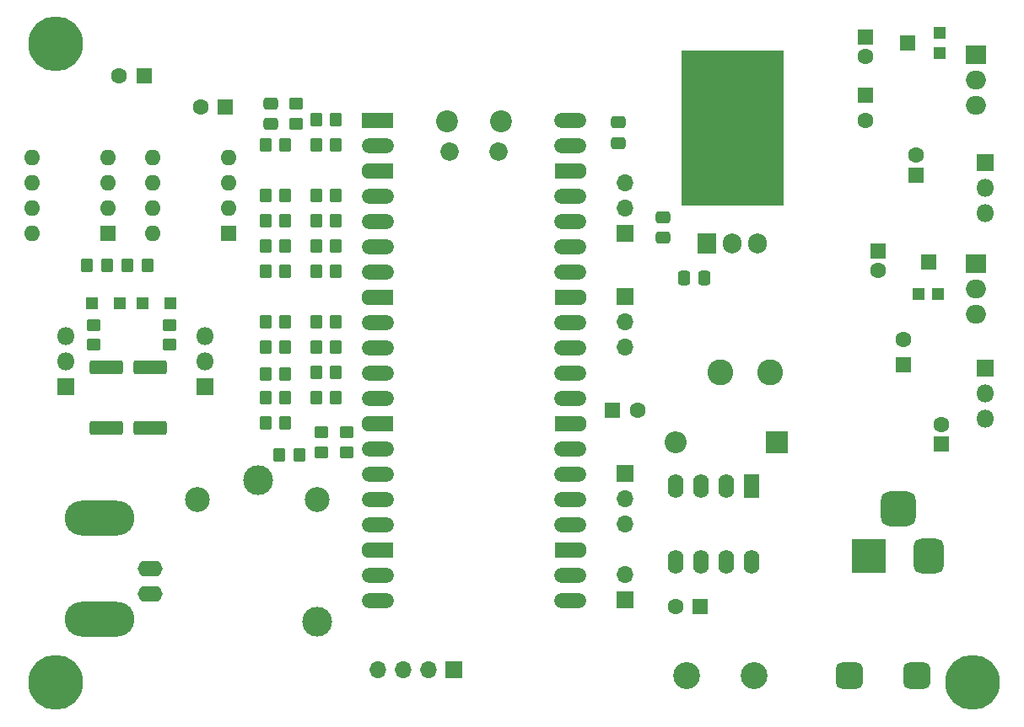
<source format=gts>
%TF.GenerationSoftware,KiCad,Pcbnew,8.0.1*%
%TF.CreationDate,2024-05-10T19:46:58+02:00*%
%TF.ProjectId,SiganlGen,53696761-6e6c-4476-956e-2e6b69636164,rev?*%
%TF.SameCoordinates,Original*%
%TF.FileFunction,Soldermask,Top*%
%TF.FilePolarity,Negative*%
%FSLAX46Y46*%
G04 Gerber Fmt 4.6, Leading zero omitted, Abs format (unit mm)*
G04 Created by KiCad (PCBNEW 8.0.1) date 2024-05-10 19:46:58*
%MOMM*%
%LPD*%
G01*
G04 APERTURE LIST*
G04 Aperture macros list*
%AMRoundRect*
0 Rectangle with rounded corners*
0 $1 Rounding radius*
0 $2 $3 $4 $5 $6 $7 $8 $9 X,Y pos of 4 corners*
0 Add a 4 corners polygon primitive as box body*
4,1,4,$2,$3,$4,$5,$6,$7,$8,$9,$2,$3,0*
0 Add four circle primitives for the rounded corners*
1,1,$1+$1,$2,$3*
1,1,$1+$1,$4,$5*
1,1,$1+$1,$6,$7*
1,1,$1+$1,$8,$9*
0 Add four rect primitives between the rounded corners*
20,1,$1+$1,$2,$3,$4,$5,0*
20,1,$1+$1,$4,$5,$6,$7,0*
20,1,$1+$1,$6,$7,$8,$9,0*
20,1,$1+$1,$8,$9,$2,$3,0*%
%AMFreePoly0*
4,1,28,0.178017,0.779942,0.347107,0.720775,0.498792,0.625465,0.625465,0.498792,0.720775,0.347107,0.779942,0.178017,0.800000,0.000000,0.779942,-0.178017,0.720775,-0.347107,0.625465,-0.498792,0.498792,-0.625465,0.347107,-0.720775,0.178017,-0.779942,0.000000,-0.800000,-2.200000,-0.800000,-2.205014,-0.794986,-2.244504,-0.794986,-2.324698,-0.756366,-2.380194,-0.686777,-2.400000,-0.600000,
-2.400000,0.600000,-2.380194,0.686777,-2.324698,0.756366,-2.244504,0.794986,-2.205014,0.794986,-2.200000,0.800000,0.000000,0.800000,0.178017,0.779942,0.178017,0.779942,$1*%
%AMFreePoly1*
4,1,28,0.605014,0.794986,0.644504,0.794986,0.724698,0.756366,0.780194,0.686777,0.800000,0.600000,0.800000,-0.600000,0.780194,-0.686777,0.724698,-0.756366,0.644504,-0.794986,0.605014,-0.794986,0.600000,-0.800000,0.000000,-0.800000,-0.178017,-0.779942,-0.347107,-0.720775,-0.498792,-0.625465,-0.625465,-0.498792,-0.720775,-0.347107,-0.779942,-0.178017,-0.800000,0.000000,-0.779942,0.178017,
-0.720775,0.347107,-0.625465,0.498792,-0.498792,0.625465,-0.347107,0.720775,-0.178017,0.779942,0.000000,0.800000,0.600000,0.800000,0.605014,0.794986,0.605014,0.794986,$1*%
%AMFreePoly2*
4,1,29,0.605014,0.794986,0.644504,0.794986,0.724698,0.756366,0.780194,0.686777,0.800000,0.600000,0.800000,-0.600000,0.780194,-0.686777,0.724698,-0.756366,0.644504,-0.794986,0.605014,-0.794986,0.600000,-0.800000,0.000000,-0.800000,-1.600000,-0.800000,-1.778017,-0.779942,-1.947107,-0.720775,-2.098792,-0.625465,-2.225465,-0.498792,-2.320775,-0.347107,-2.379942,-0.178017,-2.400000,0.000000,
-2.379942,0.178017,-2.320775,0.347107,-2.225465,0.498792,-2.098792,0.625465,-1.947107,0.720775,-1.778017,0.779942,-1.600000,0.800000,0.600000,0.800000,0.605014,0.794986,0.605014,0.794986,$1*%
%AMFreePoly3*
4,1,28,0.178017,0.779942,0.347107,0.720775,0.498792,0.625465,0.625465,0.498792,0.720775,0.347107,0.779942,0.178017,0.800000,0.000000,0.779942,-0.178017,0.720775,-0.347107,0.625465,-0.498792,0.498792,-0.625465,0.347107,-0.720775,0.178017,-0.779942,0.000000,-0.800000,-0.600000,-0.800000,-0.605014,-0.794986,-0.644504,-0.794986,-0.724698,-0.756366,-0.780194,-0.686777,-0.800000,-0.600000,
-0.800000,0.600000,-0.780194,0.686777,-0.724698,0.756366,-0.644504,0.794986,-0.605014,0.794986,-0.600000,0.800000,0.000000,0.800000,0.178017,0.779942,0.178017,0.779942,$1*%
%AMFreePoly4*
4,1,29,1.778017,0.779942,1.947107,0.720775,2.098792,0.625465,2.225465,0.498792,2.320775,0.347107,2.379942,0.178017,2.400000,0.000000,2.379942,-0.178017,2.320775,-0.347107,2.225465,-0.498792,2.098792,-0.625465,1.947107,-0.720775,1.778017,-0.779942,1.600000,-0.800000,0.000000,-0.800000,-0.600000,-0.800000,-0.605014,-0.794986,-0.644504,-0.794986,-0.724698,-0.756366,-0.780194,-0.686777,
-0.800000,-0.600000,-0.800000,0.600000,-0.780194,0.686777,-0.724698,0.756366,-0.644504,0.794986,-0.605014,0.794986,-0.600000,0.800000,1.600000,0.800000,1.778017,0.779942,1.778017,0.779942,$1*%
G04 Aperture macros list end*
%ADD10C,0.100000*%
%ADD11RoundRect,0.250000X0.350000X0.450000X-0.350000X0.450000X-0.350000X-0.450000X0.350000X-0.450000X0*%
%ADD12RoundRect,0.250000X-0.350000X-0.450000X0.350000X-0.450000X0.350000X0.450000X-0.350000X0.450000X0*%
%ADD13RoundRect,0.249999X-1.425001X0.450001X-1.425001X-0.450001X1.425001X-0.450001X1.425001X0.450001X0*%
%ADD14R,1.600000X1.600000*%
%ADD15C,1.600000*%
%ADD16RoundRect,0.250000X0.475000X-0.337500X0.475000X0.337500X-0.475000X0.337500X-0.475000X-0.337500X0*%
%ADD17R,1.800000X1.800000*%
%ADD18O,1.800000X1.800000*%
%ADD19R,1.700000X1.700000*%
%ADD20O,1.700000X1.700000*%
%ADD21O,1.600000X1.600000*%
%ADD22C,2.200000*%
%ADD23C,1.850000*%
%ADD24RoundRect,0.200000X-0.600000X-0.600000X0.600000X-0.600000X0.600000X0.600000X-0.600000X0.600000X0*%
%ADD25FreePoly0,0.000000*%
%ADD26RoundRect,0.800000X-0.800000X-0.000010X0.800000X-0.000010X0.800000X0.000010X-0.800000X0.000010X0*%
%ADD27FreePoly1,0.000000*%
%ADD28FreePoly2,0.000000*%
%ADD29FreePoly3,0.000000*%
%ADD30FreePoly4,0.000000*%
%ADD31O,3.500000X3.500000*%
%ADD32R,1.905000X2.000000*%
%ADD33O,1.905000X2.000000*%
%ADD34C,5.500000*%
%ADD35RoundRect,0.250000X-0.475000X0.337500X-0.475000X-0.337500X0.475000X-0.337500X0.475000X0.337500X0*%
%ADD36RoundRect,0.250000X-0.450000X0.350000X-0.450000X-0.350000X0.450000X-0.350000X0.450000X0.350000X0*%
%ADD37R,2.200000X2.200000*%
%ADD38O,2.200000X2.200000*%
%ADD39R,1.200000X1.200000*%
%ADD40RoundRect,0.675000X0.675000X0.675000X-0.675000X0.675000X-0.675000X-0.675000X0.675000X-0.675000X0*%
%ADD41C,2.700000*%
%ADD42O,2.500000X1.600000*%
%ADD43O,7.000000X3.500000*%
%ADD44R,2.000000X1.905000*%
%ADD45O,2.000000X1.905000*%
%ADD46RoundRect,0.250000X0.450000X-0.350000X0.450000X0.350000X-0.450000X0.350000X-0.450000X-0.350000X0*%
%ADD47R,1.500000X1.600000*%
%ADD48R,3.500000X3.500000*%
%ADD49RoundRect,0.750000X0.750000X1.000000X-0.750000X1.000000X-0.750000X-1.000000X0.750000X-1.000000X0*%
%ADD50RoundRect,0.875000X0.875000X0.875000X-0.875000X0.875000X-0.875000X-0.875000X0.875000X-0.875000X0*%
%ADD51R,1.600000X2.400000*%
%ADD52O,1.600000X2.400000*%
%ADD53RoundRect,0.250000X0.337500X0.475000X-0.337500X0.475000X-0.337500X-0.475000X0.337500X-0.475000X0*%
%ADD54RoundRect,0.249999X1.425001X-0.450001X1.425001X0.450001X-1.425001X0.450001X-1.425001X-0.450001X0*%
%ADD55C,2.600000*%
%ADD56C,3.000000*%
%ADD57C,2.500000*%
%ADD58R,1.600000X1.500000*%
G04 APERTURE END LIST*
D10*
X188595000Y-51689000D02*
X178435000Y-51689000D01*
X178435000Y-36195000D01*
X188595000Y-36195000D01*
X188595000Y-51689000D01*
G36*
X188595000Y-51689000D02*
G01*
X178435000Y-51689000D01*
X178435000Y-36195000D01*
X188595000Y-36195000D01*
X188595000Y-51689000D01*
G37*
D11*
%TO.C,R28*%
X138652000Y-71120000D03*
X136652000Y-71120000D03*
%TD*%
D12*
%TO.C,R41*%
X118745000Y-57785000D03*
X120745000Y-57785000D03*
%TD*%
D13*
%TO.C,R43*%
X125095000Y-68070000D03*
X125095000Y-74170000D03*
%TD*%
D14*
%TO.C,C6*%
X171504887Y-72390000D03*
D15*
X174004887Y-72390000D03*
%TD*%
D16*
%TO.C,C15*%
X137160000Y-43582500D03*
X137160000Y-41507500D03*
%TD*%
D11*
%TO.C,R20*%
X138652000Y-45720000D03*
X136652000Y-45720000D03*
%TD*%
D17*
%TO.C,Q4*%
X116580000Y-69975000D03*
D18*
X116580000Y-67435000D03*
X116580000Y-64895000D03*
%TD*%
D19*
%TO.C,J3*%
X155575000Y-98425000D03*
D20*
X153035000Y-98425000D03*
X150495000Y-98425000D03*
X147955000Y-98425000D03*
%TD*%
D14*
%TO.C,U6*%
X132937500Y-54549800D03*
D21*
X132937500Y-52009800D03*
X132937500Y-49469800D03*
X132937500Y-46929800D03*
X125317500Y-46929800D03*
X125317500Y-49469800D03*
X125317500Y-52009800D03*
X125317500Y-54549800D03*
%TD*%
D11*
%TO.C,R21*%
X138652000Y-50800000D03*
X136652000Y-50800000D03*
%TD*%
D12*
%TO.C,R12*%
X141748000Y-50800000D03*
X143748000Y-50800000D03*
%TD*%
D19*
%TO.C,J5*%
X172720000Y-78740000D03*
D20*
X172720000Y-81280000D03*
X172720000Y-83820000D03*
%TD*%
D19*
%TO.C,J6*%
X172720000Y-60960000D03*
D20*
X172720000Y-63500000D03*
X172720000Y-66040000D03*
%TD*%
D22*
%TO.C,U1*%
X154875000Y-43337500D03*
D23*
X155175000Y-46367500D03*
X160025000Y-46367500D03*
D22*
X160325000Y-43337500D03*
D24*
X148710000Y-43207500D03*
D25*
X148710000Y-43207500D03*
D15*
X148710000Y-45747500D03*
D26*
X147910000Y-45747500D03*
D27*
X148710000Y-48287500D03*
D28*
X148710000Y-48287500D03*
D15*
X148710000Y-50827500D03*
D26*
X147910000Y-50827500D03*
D15*
X148710000Y-53367500D03*
D26*
X147910000Y-53367500D03*
D15*
X148710000Y-55907500D03*
D26*
X147910000Y-55907500D03*
D15*
X148710000Y-58447500D03*
D26*
X147910000Y-58447500D03*
D27*
X148710000Y-60987500D03*
D28*
X148710000Y-60987500D03*
D15*
X148710000Y-63527500D03*
D26*
X147910000Y-63527500D03*
D15*
X148710000Y-66067500D03*
D26*
X147910000Y-66067500D03*
D15*
X148710000Y-68607500D03*
D26*
X147910000Y-68607500D03*
D15*
X148710000Y-71147500D03*
D26*
X147910000Y-71147500D03*
D27*
X148710000Y-73687500D03*
D28*
X148710000Y-73687500D03*
D15*
X148710000Y-76227500D03*
D26*
X147910000Y-76227500D03*
D15*
X148710000Y-78767500D03*
D26*
X147910000Y-78767500D03*
D15*
X148710000Y-81307500D03*
D26*
X147910000Y-81307500D03*
D15*
X148710000Y-83847500D03*
D26*
X147910000Y-83847500D03*
D27*
X148710000Y-86387500D03*
D28*
X148710000Y-86387500D03*
D15*
X148710000Y-88927500D03*
D26*
X147910000Y-88927500D03*
D15*
X148710000Y-91467500D03*
D26*
X147910000Y-91467500D03*
D15*
X166490000Y-91467500D03*
D26*
X167290000Y-91467500D03*
D15*
X166490000Y-88927500D03*
D26*
X167290000Y-88927500D03*
D29*
X166490000Y-86387500D03*
D30*
X166490000Y-86387500D03*
D15*
X166490000Y-83847500D03*
D26*
X167290000Y-83847500D03*
D15*
X166490000Y-81307500D03*
D26*
X167290000Y-81307500D03*
D15*
X166490000Y-78767500D03*
D26*
X167290000Y-78767500D03*
D15*
X166490000Y-76227500D03*
D26*
X167290000Y-76227500D03*
D29*
X166490000Y-73687500D03*
D30*
X166490000Y-73687500D03*
D15*
X166490000Y-71147500D03*
D26*
X167290000Y-71147500D03*
D15*
X166490000Y-68607500D03*
D26*
X167290000Y-68607500D03*
D15*
X166490000Y-66067500D03*
D26*
X167290000Y-66067500D03*
D15*
X166490000Y-63527500D03*
D26*
X167290000Y-63527500D03*
D29*
X166490000Y-60987500D03*
D30*
X166490000Y-60987500D03*
D15*
X166490000Y-58447500D03*
D26*
X167290000Y-58447500D03*
D15*
X166490000Y-55907500D03*
D26*
X167290000Y-55907500D03*
D15*
X166490000Y-53367500D03*
D26*
X167290000Y-53367500D03*
D15*
X166490000Y-50827500D03*
D26*
X167290000Y-50827500D03*
D29*
X166490000Y-48287500D03*
D30*
X166490000Y-48287500D03*
D15*
X166490000Y-45747500D03*
D26*
X167290000Y-45747500D03*
D15*
X166490000Y-43207500D03*
D26*
X167290000Y-43207500D03*
%TD*%
D11*
%TO.C,R23*%
X138652000Y-55880000D03*
X136652000Y-55880000D03*
%TD*%
D31*
%TO.C,U3*%
X183515000Y-38925000D03*
D32*
X180975000Y-55585000D03*
D33*
X183515000Y-55585000D03*
X186055000Y-55585000D03*
%TD*%
D17*
%TO.C,Q1*%
X208915000Y-47447556D03*
D18*
X208915000Y-49987556D03*
X208915000Y-52527556D03*
%TD*%
D34*
%TO.C,REF\u002A\u002A*%
X115570000Y-35560000D03*
%TD*%
D35*
%TO.C,C5*%
X176530000Y-52937500D03*
X176530000Y-55012500D03*
%TD*%
D34*
%TO.C,REF\u002A\u002A*%
X115570000Y-99695000D03*
%TD*%
D36*
%TO.C,R31*%
X142240000Y-74565000D03*
X142240000Y-76565000D03*
%TD*%
D19*
%TO.C,J7*%
X172720000Y-54610000D03*
D20*
X172720000Y-52070000D03*
X172720000Y-49530000D03*
%TD*%
D37*
%TO.C,D2*%
X187950000Y-75555000D03*
D38*
X177790000Y-75555000D03*
%TD*%
D14*
%TO.C,C22*%
X124460000Y-38735000D03*
D15*
X121960000Y-38735000D03*
%TD*%
D39*
%TO.C,D9*%
X127130000Y-61595000D03*
X124330000Y-61595000D03*
%TD*%
D14*
%TO.C,C7*%
X201930000Y-48717556D03*
D15*
X201930000Y-46717556D03*
%TD*%
D12*
%TO.C,R16*%
X141748000Y-63500000D03*
X143748000Y-63500000D03*
%TD*%
D39*
%TO.C,D8*%
X122050000Y-61595000D03*
X119250000Y-61595000D03*
%TD*%
D36*
%TO.C,R39*%
X119380000Y-63770000D03*
X119380000Y-65770000D03*
%TD*%
D40*
%TO.C,F1*%
X202055000Y-99060000D03*
X195295000Y-99060000D03*
D41*
X185705000Y-99060000D03*
X178945000Y-99060000D03*
%TD*%
D36*
%TO.C,R30*%
X144780000Y-74565000D03*
X144780000Y-76565000D03*
%TD*%
D12*
%TO.C,R13*%
X141748000Y-53340000D03*
X143748000Y-53340000D03*
%TD*%
%TO.C,R14*%
X141748000Y-55880000D03*
X143748000Y-55880000D03*
%TD*%
D36*
%TO.C,R32*%
X139700000Y-41545000D03*
X139700000Y-43545000D03*
%TD*%
D42*
%TO.C,J2*%
X125095000Y-88265000D03*
D43*
X120015000Y-93345000D03*
D42*
X125095000Y-90805000D03*
D43*
X120015000Y-83185000D03*
%TD*%
D44*
%TO.C,U5*%
X207962500Y-57607556D03*
D45*
X207962500Y-60147556D03*
X207962500Y-62687556D03*
%TD*%
D44*
%TO.C,U4*%
X207985000Y-36652556D03*
D45*
X207985000Y-39192556D03*
X207985000Y-41732556D03*
%TD*%
D46*
%TO.C,R40*%
X127000000Y-65770000D03*
X127000000Y-63770000D03*
%TD*%
D39*
%TO.C,R6*%
X204365000Y-36446056D03*
D47*
X201115000Y-35446056D03*
D39*
X204365000Y-34446056D03*
%TD*%
D48*
%TO.C,J1*%
X197200000Y-86995000D03*
D49*
X203200000Y-86995000D03*
D50*
X200200000Y-82295000D03*
%TD*%
D14*
%TO.C,C8*%
X204470000Y-75772556D03*
D15*
X204470000Y-73772556D03*
%TD*%
D16*
%TO.C,C1*%
X172085000Y-45487500D03*
X172085000Y-43412500D03*
%TD*%
D14*
%TO.C,C23*%
X132650113Y-41910000D03*
D15*
X130150113Y-41910000D03*
%TD*%
D12*
%TO.C,R18*%
X141748000Y-68580000D03*
X143748000Y-68580000D03*
%TD*%
D51*
%TO.C,U2*%
X185410000Y-80010000D03*
D52*
X182870000Y-80010000D03*
X180330000Y-80010000D03*
X177790000Y-80010000D03*
X177790000Y-87630000D03*
X180330000Y-87630000D03*
X182870000Y-87630000D03*
X185410000Y-87630000D03*
%TD*%
D14*
%TO.C,C13*%
X196850000Y-40704888D03*
D15*
X196850000Y-43204888D03*
%TD*%
D11*
%TO.C,R22*%
X138652000Y-53340000D03*
X136652000Y-53340000D03*
%TD*%
D17*
%TO.C,Q5*%
X130550000Y-69975000D03*
D18*
X130550000Y-67435000D03*
X130550000Y-64895000D03*
%TD*%
D14*
%TO.C,C2*%
X180290000Y-92065000D03*
D15*
X177790000Y-92065000D03*
%TD*%
D11*
%TO.C,R29*%
X138652000Y-73660000D03*
X136652000Y-73660000D03*
%TD*%
%TO.C,R24*%
X138652000Y-58420000D03*
X136652000Y-58420000D03*
%TD*%
D53*
%TO.C,C4*%
X180742500Y-59055000D03*
X178667500Y-59055000D03*
%TD*%
D12*
%TO.C,R11*%
X141748000Y-45720000D03*
X143748000Y-45720000D03*
%TD*%
D14*
%TO.C,U7*%
X120882500Y-54539800D03*
D21*
X120882500Y-51999800D03*
X120882500Y-49459800D03*
X120882500Y-46919800D03*
X113262500Y-46919800D03*
X113262500Y-49459800D03*
X113262500Y-51999800D03*
X113262500Y-54539800D03*
%TD*%
D19*
%TO.C,J4*%
X172720000Y-91440000D03*
D20*
X172720000Y-88900000D03*
%TD*%
D54*
%TO.C,R42*%
X120650000Y-74170000D03*
X120650000Y-68070000D03*
%TD*%
D12*
%TO.C,R15*%
X141748000Y-58420000D03*
X143748000Y-58420000D03*
%TD*%
%TO.C,R19*%
X141748000Y-71120000D03*
X143748000Y-71120000D03*
%TD*%
D34*
%TO.C,REF\u002A\u002A*%
X207645000Y-99695000D03*
%TD*%
D14*
%TO.C,C12*%
X198120000Y-56337556D03*
D15*
X198120000Y-58337556D03*
%TD*%
D55*
%TO.C,L1*%
X187315000Y-68580000D03*
X182315000Y-68580000D03*
%TD*%
D56*
%TO.C,K1*%
X135890000Y-79375000D03*
X141890000Y-93575000D03*
D57*
X129840000Y-81325000D03*
X141840000Y-81325000D03*
%TD*%
D11*
%TO.C,R38*%
X124825000Y-57785000D03*
X122825000Y-57785000D03*
%TD*%
D14*
%TO.C,C11*%
X196850000Y-34811056D03*
D15*
X196850000Y-36811056D03*
%TD*%
D11*
%TO.C,R26*%
X138652000Y-66040000D03*
X136652000Y-66040000D03*
%TD*%
D12*
%TO.C,R10*%
X141748000Y-43180000D03*
X143748000Y-43180000D03*
%TD*%
D11*
%TO.C,R27*%
X138652000Y-68707000D03*
X136652000Y-68707000D03*
%TD*%
D12*
%TO.C,R17*%
X141748000Y-66040000D03*
X143748000Y-66040000D03*
%TD*%
D14*
%TO.C,C14*%
X200660000Y-67767556D03*
D15*
X200660000Y-65267556D03*
%TD*%
D17*
%TO.C,Q2*%
X208907500Y-68085056D03*
D18*
X208907500Y-70625056D03*
X208907500Y-73165056D03*
%TD*%
D11*
%TO.C,R25*%
X138652000Y-63500000D03*
X136652000Y-63500000D03*
%TD*%
D39*
%TO.C,R7*%
X202192500Y-60677556D03*
D58*
X203192500Y-57427556D03*
D39*
X204192500Y-60677556D03*
%TD*%
D12*
%TO.C,R34*%
X138065000Y-76835000D03*
X140065000Y-76835000D03*
%TD*%
M02*

</source>
